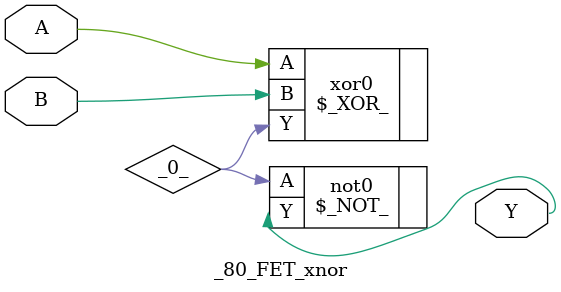
<source format=v>

(* techmap_celltype = "$_NOT_" *)
module _80_FET_not (A, Y);
	input  A;
	output Y;

	wire _0_;

	`ifdef DUAL_FETS
		// A more compact gate using a P/N FET pair
		\NFET_PFET_PAIR f0(
			.Gp(A),
			.Sp(1'b1),
			.Dp(_0_),
			.Gn(A),
			.Sn(_0_),
			.D(1'b0)
		);
	`else
		\PFET p0(
			.G(A),
			.S(1'b1),
			.D(_0_)
		);
		\NFET n0(
			.G(A),
			.S(_0_),
			.D(1'b0)
		);
	`endif

	assign Y = _0_;
endmodule

(* techmap_celltype = "$_BUF_" *)
module _80_FET_buf (A, Y);
	input  A;
	output Y;

	wire _0_;

	\$_NOT_ not0(
		.A(A),
		.Y(_0_)
	);
	\$_NOT_ not1(
		.A(_0_),
		.Y(Y)
	);
endmodule

(* techmap_celltype = "$_NAND_" *)
module _80_FET_nand (A, B, Y);
	input  A;
	input  B;
	output Y;
	wire _0_;
	wire _1_;


	\PFET p0(
		.G(A),
		.S(1'b1),
		.D(_0_)
	);

	\PFET p1(
		.G(B),
		.S(1'b1),
		.D(_0_)
	);

	\NFET n0(
		.G(B),
		.S(_0_),
		.D(_1_)
	);

	\NFET n1(
		.G(A),
		.S(_1_),
		.D(1'b0)
	);

	assign Y = _0_;
endmodule


(* techmap_celltype = "$_AND_" *)
module _80_FET_and (A, B, Y);
	input  A;
	input  B;
	output Y;

	wire _0_;
	wire _1_;

	\$_NAND_ nand0(
		.A(A),
		.B(B),
		.Y(_0_),
	);

	\$_NOT_ not0(
		.A(_0_),
		.Y(Y)
	);
endmodule

(* techmap_celltype = "$_ANDNOT_" *)
module _80_FET_andnot (A, B, Y);
	input  A;
	input  B;
	output Y;

	wire _0_;

	\$_NOT_ not0(
		.A(B),
		.Y(_0_)
	);

	\$_AND_ and0(
		.A(A),
		.B(_0_),
		.Y(Y)
	);
endmodule

(* techmap_celltype = "$_OR_" *)
module _80_FET_or (A, B, Y);
	input  A;
	input  B;
	output Y;

	wire _0_;
	wire _1_;

	\NFET n0(
		.G(B),
		.S(_0_),
		.D(_1_)
	);

	\NFET n1(
		.G(A),
		.S(_1_),
		.D(1'b0)
	);
endmodule

(* techmap_celltype = "$_NOR_" *)
module _80_FET_nor (A, B, Y);
	input  A;
	input  B;
	output Y;

	wire _0_;

	\$_OR_ or0(
		.A(A),
		.B(B),
		.Y(_0_)
	);

	\$_NOT_ not0(
		.A(_0_),
		.Y(Y)
	);
endmodule

(* techmap_celltype = "$_ORNOT_" *)
module _80_FET_ornot (A, B, Y);
	input  A;
	input  B;
	output Y;

	wire _0_;

	\$_NOT_ not0(
		.A(B),
		.Y(_0_)
	);

	\$_OR_ or0(
		.A(A),
		.B(_0_),
		.Y(Y)
	);
endmodule

(* techmap_celltype = "$_XOR_" *)
module _80_FET_xor (A, B, Y);
	input  A;
	input  B;
	output Y;

	wire _0_;
	wire _1_;
	wire _2_;
	wire _3_;

	wire _Y_;
	wire _A_;
	wire _B_;

	\$_NOT_ not0(
		.A(A),
		.Y(_A_)
	);

	\$_NOT_ not1(
		.A(B),
		.Y(_B_)
	);


	\PFET p0(
		.S(1'b1),
		.G(_A_),
		.D(_0_)
	);
	\PFET p1(
		.S(_0_),
		.G(B),
		.D(_Y_)
	);
	\PFET p2(
		.S(1'b1),
		.G(A),
		.D(_1_)
	);
	\PFET p3(
		.S(_1_),
		.G(_B_),
		.D(_Y_)
	);

	\NFET n0(
		.S(_Y_),
		.G(_B_),
		.D(_2_)
	);
	\NFET n1(
		.S(_2_),
		.G(_A_),
		.D(1'b0)
	);
	\NFET n2(
		.S(_Y_),
		.G(B),
		.S(_3_)
	);
	\NFET n3(
		.S(_3_),
		.G(A),
		.D(1'b0)
	);

	assign Y = _Y_;
endmodule

(* techmap_celltype = "$_XNOR_" *)
module _80_FET_xnor (A, B, Y);
	input  A;
	input  B;
	output Y;

	wire _0_;

	\$_XOR_ xor0(
		.A(A),
		.B(B),
		.Y(_0_)
	);

	\$_NOT_ not0(
		.A(_0_),
		.Y(Y)
	);
endmodule

</source>
